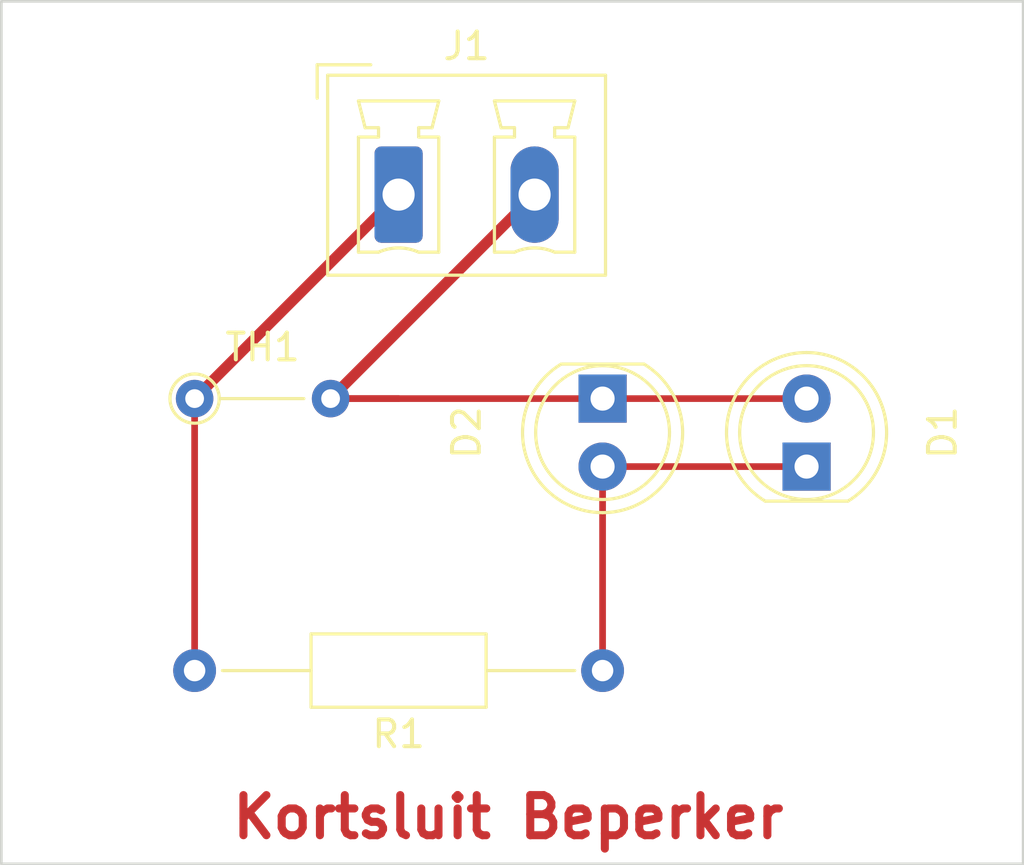
<source format=kicad_pcb>
(kicad_pcb (version 20221018) (generator pcbnew)
  (layers (0 "F.Cu" signal) (31 "B.Cu" signal) (34 "B.Paste" user) (35 "F.Paste" user) (36 "B.SilkS" user "B.Silkscreen") (37 "F.SilkS" user "F.Silkscreen") (38 "B.Mask" user) (39 "F.Mask" user) (44 "Edge.Cuts" user))
  (net 0 "")
  (net 1 "Net-(D1-K)")
  (net 2 "Net-(D1-A)")
  (net 3 "Net-(J1-Pin_1)")
  (footprint "Connector_Phoenix_MC_HighVoltage:PhoenixContact_MCV_1,5_2-G-5.08_1x02_P5.08mm_Vertical" (layer "F.Cu") (at 29.21 21.59)
    (fp_text reference "J1" (at 2.54 -5.55) (layer "F.SilkS"))
    (fp_text value "Inline")
    (fp_line (start -3.04 -4.85) (end -1.04 -4.85) (stroke (width 0.12)) (layer "F.SilkS"))
    (fp_line (start -3.04 -3.6) (end -3.04 -4.85) (stroke (width 0.12)) (layer "F.SilkS"))
    (fp_line (start -2.65 -4.46) (end -2.65 3.01) (stroke (width 0.12)) (layer "F.SilkS"))
    (fp_line (start -2.65 3.01) (end 7.73 3.01) (stroke (width 0.12)) (layer "F.SilkS"))
    (fp_line (start -1.5 -3.5) (end 1.5 -3.5) (stroke (width 0.12)) (layer "F.SilkS"))
    (fp_line (start -1.5 -2.15) (end -0.75 -2.15) (stroke (width 0.12)) (layer "F.SilkS"))
    (fp_line (start -1.5 2.15) (end -1.5 -2.15) (stroke (width 0.12)) (layer "F.SilkS"))
    (fp_line (start -1.25 -2.5) (end -1.5 -3.5) (stroke (width 0.12)) (layer "F.SilkS"))
    (fp_line (start -0.75 -2.5) (end -1.25 -2.5) (stroke (width 0.12)) (layer "F.SilkS"))
    (fp_line (start -0.75 -2.15) (end -0.75 -2.5) (stroke (width 0.12)) (layer "F.SilkS"))
    (fp_line (start -0.75 2.15) (end -1.5 2.15) (stroke (width 0.12)) (layer "F.SilkS"))
    (fp_line (start 0.75 -2.5) (end 0.75 -2.15) (stroke (width 0.12)) (layer "F.SilkS"))
    (fp_line (start 0.75 -2.15) (end 1.5 -2.15) (stroke (width 0.12)) (layer "F.SilkS"))
    (fp_line (start 1.25 -2.5) (end 0.75 -2.5) (stroke (width 0.12)) (layer "F.SilkS"))
    (fp_line (start 1.5 -3.5) (end 1.25 -2.5) (stroke (width 0.12)) (layer "F.SilkS"))
    (fp_line (start 1.5 -2.15) (end 1.5 2.15) (stroke (width 0.12)) (layer "F.SilkS"))
    (fp_line (start 1.5 2.15) (end 0.75 2.15) (stroke (width 0.12)) (layer "F.SilkS"))
    (fp_line (start 3.58 -3.5) (end 6.58 -3.5) (stroke (width 0.12)) (layer "F.SilkS"))
    (fp_line (start 3.58 -2.15) (end 4.33 -2.15) (stroke (width 0.12)) (layer "F.SilkS"))
    (fp_line (start 3.58 2.15) (end 3.58 -2.15) (stroke (width 0.12)) (layer "F.SilkS"))
    (fp_line (start 3.83 -2.5) (end 3.58 -3.5) (stroke (width 0.12)) (layer "F.SilkS"))
    (fp_line (start 4.33 -2.5) (end 3.83 -2.5) (stroke (width 0.12)) (layer "F.SilkS"))
    (fp_line (start 4.33 -2.15) (end 4.33 -2.5) (stroke (width 0.12)) (layer "F.SilkS"))
    (fp_line (start 4.33 2.15) (end 3.58 2.15) (stroke (width 0.12)) (layer "F.SilkS"))
    (fp_line (start 5.83 -2.5) (end 5.83 -2.15) (stroke (width 0.12)) (layer "F.SilkS"))
    (fp_line (start 5.83 -2.15) (end 6.58 -2.15) (stroke (width 0.12)) (layer "F.SilkS"))
    (fp_line (start 6.33 -2.5) (end 5.83 -2.5) (stroke (width 0.12)) (layer "F.SilkS"))
    (fp_line (start 6.58 -3.5) (end 6.33 -2.5) (stroke (width 0.12)) (layer "F.SilkS"))
    (fp_line (start 6.58 -2.15) (end 6.58 2.15) (stroke (width 0.12)) (layer "F.SilkS"))
    (fp_line (start 6.58 2.15) (end 5.83 2.15) (stroke (width 0.12)) (layer "F.SilkS"))
    (fp_line (start 7.73 -4.46) (end -2.65 -4.46) (stroke (width 0.12)) (layer "F.SilkS"))
    (fp_line (start 7.73 3.01) (end 7.73 -4.46) (stroke (width 0.12)) (layer "F.SilkS"))
    (fp_arc (start -0.75 2.15) (mid -0.000193 1.99191) (end 0.749647 2.149844) (stroke (width 0.12)) (layer "F.SilkS"))
    (fp_arc (start 4.33 2.15) (mid 5.079807 1.99191) (end 5.829647 2.149844) (stroke (width 0.12)) (layer "F.SilkS"))
    (pad "1" thru_hole roundrect (at 0 0) (size 1.8 3.6) (drill 1.2) (layers "*.Cu" "*.Mask") (roundrect_rratio 0.1388888889) (net 3 "Net-(J1-Pin_1)"))
    (pad "2" thru_hole oval (at 5.08 0) (size 1.8 3.6) (drill 1.2) (layers "*.Cu" "*.Mask") (net 2 "Net-(D1-A)"))
  )
  (footprint "MountingHole:MountingHole_2.7mm_M2.5" (layer "F.Cu") (at 17.78 17.78)
    (fp_text reference "LB" hide)
    (fp_text value "MountingHole_2.7mm_M2.5" hide)
    (pad "" np_thru_hole circle (at 0 0) (size 2.7 2.7) (drill 2.7) (layers "*.Cu" "*.Mask"))
  )
  (footprint "LED_THT:LED_D5.0mm" (layer "F.Cu") (at 36.83 29.21 -90)
    (fp_text reference "D2" (at 1.27 5.08 90) (layer "F.SilkS"))
    (fp_text value "LED" hide)
    (fp_line (start -1.29 -1.545) (end -1.29 1.545) (stroke (width 0.12)) (layer "F.SilkS"))
    (fp_arc (start -1.29 -1.54483) (mid 2.072002 -2.880433) (end 4.26 0.000462) (stroke (width 0.12)) (layer "F.SilkS"))
    (fp_arc (start 4.26 -0.000462) (mid 2.072002 2.880433) (end -1.29 1.54483) (stroke (width 0.12)) (layer "F.SilkS"))
    (fp_circle (center 1.27 0) (end 3.77 0) (stroke (width 0.12)) (fill none) (layer "F.SilkS"))
    (pad "1" thru_hole rect (at 0 0 270) (size 1.8 1.8) (drill 0.9) (layers "*.Cu" "*.Mask") (net 2 "Net-(D1-A)"))
    (pad "2" thru_hole circle (at 2.54 0 270) (size 1.8 1.8) (drill 0.9) (layers "*.Cu" "*.Mask") (net 1 "Net-(D1-K)"))
  )
  (footprint "MountingHole:MountingHole_2.7mm_M2.5" (layer "F.Cu") (at 17.78 43.18)
    (fp_text reference "LO" hide)
    (fp_text value "MountingHole_2.7mm_M2.5" hide)
    (pad "" np_thru_hole circle (at 0 0) (size 2.7 2.7) (drill 2.7) (layers "*.Cu" "*.Mask"))
  )
  (footprint "LED_THT:LED_D5.0mm" (layer "F.Cu") (at 44.45 31.75 90)
    (fp_text reference "D1" (at 1.27 5.08 90) (layer "F.SilkS"))
    (fp_text value "LED" hide)
    (fp_line (start -1.29 -1.545) (end -1.29 1.545) (stroke (width 0.12)) (layer "F.SilkS"))
    (fp_arc (start -1.29 -1.54483) (mid 2.072002 -2.880433) (end 4.26 0.000462) (stroke (width 0.12)) (layer "F.SilkS"))
    (fp_arc (start 4.26 -0.000462) (mid 2.072002 2.880433) (end -1.29 1.54483) (stroke (width 0.12)) (layer "F.SilkS"))
    (fp_circle (center 1.27 0) (end 3.77 0) (stroke (width 0.12)) (fill none) (layer "F.SilkS"))
    (pad "1" thru_hole rect (at 0 0 90) (size 1.8 1.8) (drill 0.9) (layers "*.Cu" "*.Mask") (net 1 "Net-(D1-K)"))
    (pad "2" thru_hole circle (at 2.54 0 90) (size 1.8 1.8) (drill 0.9) (layers "*.Cu" "*.Mask") (net 2 "Net-(D1-A)"))
  )
  (footprint "Resistor_THT:R_Axial_DIN0207_L6.3mm_D2.5mm_P15.24mm_Horizontal" (layer "F.Cu") (at 36.83 39.37 180)
    (fp_text reference "R1" (at 7.62 -2.37) (layer "F.SilkS"))
    (fp_text value "2.2k")
    (fp_line (start 1.04 0) (end 4.35 0) (stroke (width 0.12)) (layer "F.SilkS"))
    (fp_line (start 4.35 -1.37) (end 4.35 1.37) (stroke (width 0.12)) (layer "F.SilkS"))
    (fp_line (start 4.35 1.37) (end 10.89 1.37) (stroke (width 0.12)) (layer "F.SilkS"))
    (fp_line (start 10.89 -1.37) (end 4.35 -1.37) (stroke (width 0.12)) (layer "F.SilkS"))
    (fp_line (start 10.89 1.37) (end 10.89 -1.37) (stroke (width 0.12)) (layer "F.SilkS"))
    (fp_line (start 14.2 0) (end 10.89 0) (stroke (width 0.12)) (layer "F.SilkS"))
    (pad "1" thru_hole circle (at 0 0 180) (size 1.6 1.6) (drill 0.8) (layers "*.Cu" "*.Mask") (net 1 "Net-(D1-K)"))
    (pad "2" thru_hole oval (at 15.24 0 180) (size 1.6 1.6) (drill 0.8) (layers "*.Cu" "*.Mask") (net 3 "Net-(J1-Pin_1)"))
  )
  (footprint "MountingHole:MountingHole_2.7mm_M2.5" (layer "F.Cu") (at 48.26 43.18)
    (fp_text reference "RO" hide)
    (fp_text value "MountingHole_2.7mm_M2.5" hide)
    (pad "" np_thru_hole circle (at 0 0) (size 2.7 2.7) (drill 2.7) (layers "*.Cu" "*.Mask"))
  )
  (footprint "MountingHole:MountingHole_2.7mm_M2.5" (layer "F.Cu") (at 48.26 17.78)
    (fp_text reference "RB" hide)
    (fp_text value "MountingHole_2.7mm_M2.5" hide)
    (pad "" np_thru_hole circle (at 0 0) (size 2.7 2.7) (drill 2.7) (layers "*.Cu" "*.Mask"))
  )
  (footprint "Resistor_THT:R_Axial_DIN0204_L3.6mm_D1.6mm_P5.08mm_Vertical" (layer "F.Cu") (at 21.59 29.21)
    (fp_text reference "TH1" (at 2.54 -1.92) (layer "F.SilkS"))
    (fp_text value "PTC")
    (fp_line (start 0.92 0) (end 4.08 0) (stroke (width 0.12)) (layer "F.SilkS"))
    (fp_circle (center 0 0) (end 0.92 0) (stroke (width 0.12)) (fill none) (layer "F.SilkS"))
    (pad "1" thru_hole circle (at 0 0) (size 1.4 1.4) (drill 0.7) (layers "*.Cu" "*.Mask") (net 3 "Net-(J1-Pin_1)"))
    (pad "2" thru_hole oval (at 5.08 0) (size 1.4 1.4) (drill 0.7) (layers "*.Cu" "*.Mask") (net 2 "Net-(D1-A)"))
  )
  (gr_rect (start 14.37 14.37) (end 52.54 46.59) (stroke (width 0.1)) (fill none) (layer "Edge.Cuts"))
  (gr_text "Kortsluit Beperker" (at 22.86 45.72) (layer "F.Cu") (effects (font (size 1.5 1.5) (thickness 0.3) bold) (justify left bottom)))
  (segment (start 36.83 31.75) (end 36.83 39.37) (width 0.25) (layer "F.Cu") (net 1))
  (segment (start 44.45 31.75) (end 36.83 31.75) (width 0.25) (layer "F.Cu") (net 1))
  (segment (start 36.83 29.21) (end 44.45 29.21) (width 0.25) (layer "F.Cu") (net 2))
  (segment (start 29.21 29.21) (end 26.67 29.21) (width 0.25) (layer "F.Cu") (net 2))
  (segment (start 26.67 29.21) (end 36.83 29.21) (width 0.25) (layer "F.Cu") (net 2))
  (segment (start 26.67 29.21) (end 34.29 21.59) (width 0.4) (layer "F.Cu") (net 2))
  (segment (start 21.59 29.21) (end 21.59 39.37) (width 0.25) (layer "F.Cu") (net 3))
  (segment (start 29.21 21.59) (end 21.59 29.21) (width 0.4) (layer "F.Cu") (net 3))
)
</source>
